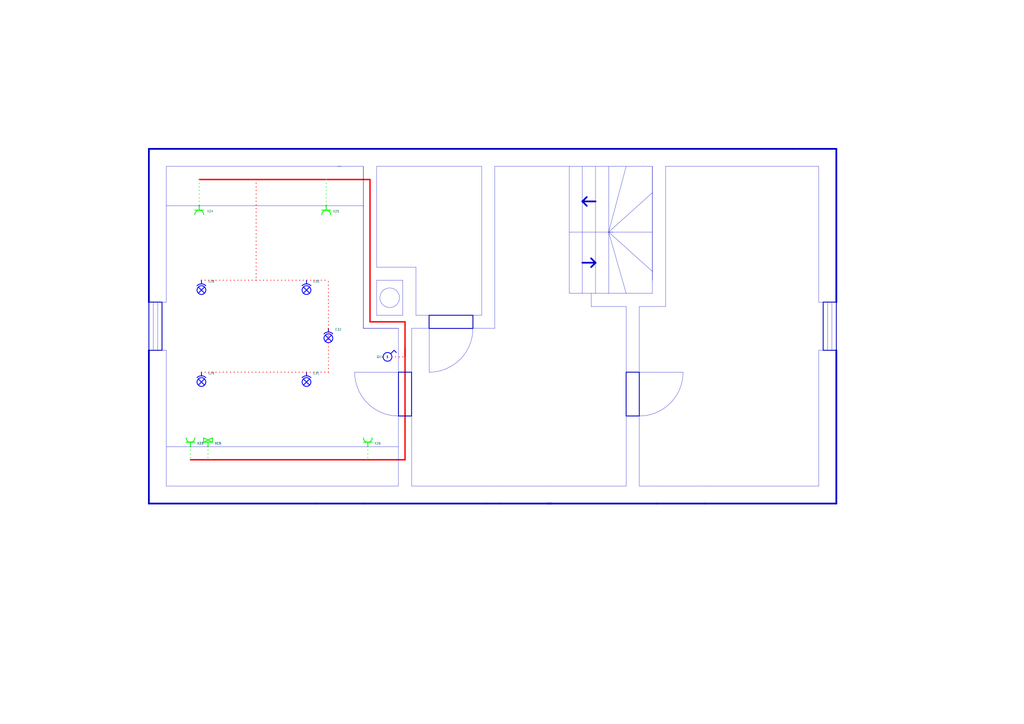
<source format=kicad_sch>
(kicad_sch (version 20231120) (generator "eeschema") (generator_version "8.0")
  (paper "A2")
  (title_block (title "Projekt elektroinštalácie rodinného domu") (date "2024-05-09") (rev "1") (comment 4 "001-24") (comment 5 "Konanie stavby: 96901 Banská Štiavnica, Belianska 1770/15"))
  (lib_symbols
    (symbol "Wiring:Bulb_ceiling"
      (property "Reference" "E" (at 0 1.905 0))
      (symbol "Bulb_ceiling_0_1"
        (circle (center 0 -5.715) (radius 2.54) (stroke (width 0.5) (color 0 0 255 1)))
        (polyline (pts (xy 0 0) (xy 0 -1.905)) (stroke (width 0.5) (color 0 0 255 1)))
        (polyline (pts (xy 0 -5.715) (xy 1.778 -7.493) (xy -1.778 -3.937)) (stroke (width 0.5) (color 0 0 255 1)))
        (polyline (pts (xy 0 -5.715) (xy 1.778 -3.937) (xy -1.778 -7.493)) (stroke (width 0.5) (color 0 0 255 1)))
        (arc (start 2.5464 -3.159) (mid 0.0055 -2.1071) (end -2.5386 -3.1512) (stroke (width 0.5) (color 0 0 255 1)))
      )
    )
    (symbol "Wiring:Data_outlet"
      (property "Reference" "XC" (at 5.08 -2.54 90))
      (symbol "Data_outlet_0_1"
        (polyline (pts (xy -2.54 -5.08) (xy 2.54 -2.54)) (stroke (width 0.5) (color 0 255 0 1)))
        (polyline (pts (xy -2.54 -2.54) (xy -2.54 -5.08)) (stroke (width 0.5) (color 0 255 0 1)))
        (polyline (pts (xy -2.54 -2.54) (xy 2.54 -5.08)) (stroke (width 0.5) (color 0 255 0 1)))
        (polyline (pts (xy 2.54 -2.54) (xy 2.54 -5.08)) (stroke (width 0.5) (color 0 255 0 1)))
        (polyline (pts (xy 0.0002 -0.0002) (xy 0.0002 -2.5402) (xy 0.0002 -1.2702)) (stroke (width 0.5) (color 0 255 0 1)))
        (polyline (pts (xy 0.0002 -2.5402) (xy 2.5402 -2.5402) (xy -2.5398 -2.5402) (xy -1.2698 -2.5402)) (stroke (width 0.5) (color 0 255 0 1)))
      )
    )
    (symbol "Wiring:Outlet"
      (property "Reference" "X" (at 5.08 -3.81 90))
      (symbol "Outlet_0_1"
        (arc (start 0 -2.54) (mid -1.7961 -3.2839) (end -2.54 -5.08) (stroke (width 0.5) (color 0 255 0 1)))
        (polyline (pts (xy 0 0) (xy 0 -2.54) (xy 0 -1.27)) (stroke (width 0.5) (color 0 255 0 1)))
        (polyline (pts (xy 0 -2.54) (xy 2.54 -2.54) (xy -2.54 -2.54) (xy -1.27 -2.54)) (stroke (width 0.5) (color 0 255 0 1)))
        (arc (start 2.54 -5.08) (mid 1.7961 -3.2839) (end 0 -2.54) (stroke (width 0.5) (color 0 255 0 1)))
      )
    )
    (symbol "Wiring:Switch_1"
      (property "Reference" "Q" (at 0 7.62 0))
      (symbol "Switch_1_0_1"
        (polyline (pts (xy 1.905 1.905) (xy 3.175 3.175) (xy 3.81 3.81) (xy 5.08 2.54)) (stroke (width 0.5) (color 0 0 255 1)))
        (circle (center 0 0) (radius 2.54) (stroke (width 0.5) (color 0 0 255 1)))
        (text "1" (at 0 0 0) (effects (font (size 1.27 1.27) (bold yes))))
      )
    )
  )
  (polyline (pts (xy 86.36 175.26) (xy 86.36 86.36)) (stroke (width 1)))
  (polyline (pts (xy 274.32 190.5) (xy 287.02 190.5)))
  (polyline (pts (xy 459.74 86.36) (xy 485.14 86.36)) (stroke (width 1)))
  (polyline (pts (xy 482.6 203.2) (xy 482.6 175.26)))
  (polyline (pts (xy 345.44 96.52) (xy 345.44 134.62)))
  (polyline (pts (xy 234.95 186.69) (xy 234.95 207.01)) (stroke (width 0.8) (type solid) (color 255 0 0 1)))
  (polyline (pts (xy 214.63 186.69) (xy 234.95 186.69)) (stroke (width 0.8) (type solid) (color 255 0 0 1)))
  (polyline (pts (xy 386.08 177.8) (xy 386.08 96.52)))
  (polyline (pts (xy 287.02 96.52) (xy 330.2 96.52)))
  (polyline (pts (xy 210.82 292.1) (xy 182.88 292.1)) (stroke (width 1)))
  (polyline (pts (xy 214.63 104.14) (xy 214.63 186.69)) (stroke (width 0.8) (type solid) (color 255 0 0 1)))
  (polyline (pts (xy 218.44 154.94) (xy 218.44 96.52)))
  (polyline (pts (xy 144.78 86.36) (xy 162.56 86.36)) (stroke (width 1)))
  (polyline (pts (xy 345.44 152.4) (xy 342.9 154.94)) (stroke (width 1)))
  (polyline (pts (xy 110.49 266.7) (xy 234.95 266.7)) (stroke (width 0.8) (type solid) (color 255 0 0 1)))
  (polyline (pts (xy 238.76 241.3) (xy 238.76 281.94)))
  (polyline (pts (xy 91.44 203.2) (xy 91.44 175.26)))
  (polyline (pts (xy 110.49 259.08) (xy 110.49 266.7)) (stroke (width 0.5) (type dot) (color 0 255 0 1)))
  (polyline (pts (xy 330.2 96.52) (xy 378.46 96.52)))
  (polyline (pts (xy 353.06 134.62) (xy 378.46 157.48)))
  (polyline (pts (xy 234.95 266.7) (xy 234.95 201.93)) (stroke (width 0.8) (type solid) (color 255 0 0 1)))
  (polyline (pts (xy 337.82 134.62) (xy 337.82 170.18)))
  (polyline (pts (xy 248.92 215.9) (xy 248.92 190.5)))
  (polyline (pts (xy 210.82 96.52) (xy 210.82 190.5)))
  (polyline (pts (xy 241.3 154.94) (xy 241.3 182.88)))
  (polyline (pts (xy 353.06 134.62) (xy 363.22 96.52)))
  (polyline (pts (xy 408.94 292.1) (xy 485.14 292.1)) (stroke (width 1)))
  (polyline (pts (xy 148.59 104.14) (xy 148.59 162.56)) (stroke (width 0.5) (type dot) (color 255 0 0 1)))
  (polyline (pts (xy 210.82 292.1) (xy 281.94 292.1)) (stroke (width 1)))
  (polyline (pts (xy 86.36 86.36) (xy 144.78 86.36)) (stroke (width 1)))
  (polyline (pts (xy 370.84 177.8) (xy 386.08 177.8)))
  (polyline (pts (xy 411.48 281.94) (xy 408.94 281.94)))
  (polyline (pts (xy 353.06 96.52) (xy 353.06 134.62)))
  (polyline (pts (xy 210.82 96.52) (xy 210.82 190.5)))
  (polyline (pts (xy 345.44 134.62) (xy 345.44 170.18)))
  (polyline (pts (xy 96.52 119.38) (xy 210.82 119.38)))
  (polyline (pts (xy 353.06 134.62) (xy 353.06 170.18)))
  (polyline (pts (xy 86.36 292.1) (xy 86.36 203.2)) (stroke (width 1)))
  (polyline (pts (xy 337.82 116.84) (xy 340.36 114.3)) (stroke (width 1)))
  (polyline (pts (xy 378.46 162.56) (xy 378.46 170.18)))
  (polyline (pts (xy 287.02 96.52) (xy 287.02 190.5)))
  (polyline (pts (xy 96.52 96.52) (xy 96.52 144.78)))
  (polyline (pts (xy 353.06 134.62) (xy 378.46 134.62)))
  (polyline (pts (xy 474.98 96.52) (xy 474.98 175.26)))
  (polyline (pts (xy 474.98 175.26) (xy 477.52 175.26)))
  (polyline (pts (xy 96.52 152.4) (xy 96.52 175.26)))
  (polyline (pts (xy 218.44 96.52) (xy 279.4 96.52)))
  (polyline (pts (xy 233.68 182.88) (xy 218.44 182.88)))
  (polyline (pts (xy 227.33 207.01) (xy 234.95 207.01)) (stroke (width 0.5) (type dot) (color 255 0 0 1)))
  (polyline (pts (xy 233.68 182.88) (xy 233.68 162.56)))
  (polyline (pts (xy 411.48 281.94) (xy 474.98 281.94)))
  (polyline (pts (xy 441.96 86.36) (xy 459.74 86.36)) (stroke (width 1)))
  (polyline (pts (xy 115.57 104.14) (xy 115.57 119.38)) (stroke (width 0.5) (type dot) (color 0 255 0 1)))
  (polyline (pts (xy 96.52 144.78) (xy 96.52 152.4)))
  (polyline (pts (xy 281.94 281.94) (xy 289.56 281.94)))
  (polyline (pts (xy 363.22 215.9) (xy 370.84 215.9)))
  (polyline (pts (xy 386.08 96.52) (xy 474.98 96.52)))
  (polyline (pts (xy 213.36 259.08) (xy 213.36 266.7)) (stroke (width 0.5) (type dot) (color 0 255 0 1)))
  (polyline (pts (xy 485.14 175.26) (xy 485.14 86.36)) (stroke (width 1)))
  (polyline (pts (xy 96.52 259.08) (xy 231.14 259.08)))
  (polyline (pts (xy 93.98 175.26) (xy 96.52 175.26)))
  (polyline (pts (xy 317.5 281.94) (xy 363.22 281.94)))
  (polyline (pts (xy 189.23 104.14) (xy 189.23 119.38)) (stroke (width 0.5) (type dot) (color 0 255 0 1)))
  (polyline (pts (xy 148.59 162.56) (xy 190.5 162.56)) (stroke (width 0.5) (type dot) (color 255 0 0 1)))
  (polyline (pts (xy 381 292.1) (xy 408.94 292.1)) (stroke (width 1)))
  (polyline (pts (xy 248.92 190.5) (xy 248.92 182.88)))
  (polyline (pts (xy 279.4 96.52) (xy 279.4 182.88)))
  (polyline (pts (xy 86.36 292.1) (xy 182.88 292.1)) (stroke (width 1)))
  (polyline (pts (xy 289.56 281.94) (xy 317.5 281.94)))
  (polyline (pts (xy 281.94 292.1) (xy 289.56 292.1)) (stroke (width 1)))
  (polyline (pts (xy 370.84 215.9) (xy 396.24 215.9)))
  (polyline (pts (xy 233.68 162.56) (xy 218.44 162.56)))
  (polyline (pts (xy 93.98 203.2) (xy 96.52 203.2)))
  (polyline (pts (xy 218.44 154.94) (xy 241.3 154.94)))
  (polyline (pts (xy 485.14 292.1) (xy 485.14 203.2)) (stroke (width 1)))
  (polyline (pts (xy 353.06 134.62) (xy 363.22 170.18)))
  (polyline (pts (xy 289.56 292.1) (xy 320.04 292.1)) (stroke (width 1)))
  (polyline (pts (xy 330.2 170.18) (xy 330.2 96.52)))
  (polyline (pts (xy 363.22 241.3) (xy 363.22 281.94)))
  (polyline (pts (xy 370.84 241.3) (xy 370.84 281.94)))
  (polyline (pts (xy 241.3 182.88) (xy 248.92 182.88)))
  (polyline (pts (xy 238.76 215.9) (xy 231.14 215.9)))
  (polyline (pts (xy 363.22 177.8) (xy 363.22 215.9)))
  (polyline (pts (xy 116.84 215.9) (xy 177.8 215.9)) (stroke (width 0.5) (type dot) (color 255 0 0 1)))
  (polyline (pts (xy 381 281.94) (xy 370.84 281.94)))
  (polyline (pts (xy 474.98 203.2) (xy 477.52 203.2)))
  (polyline (pts (xy 231.14 241.3) (xy 231.14 281.94)))
  (polyline (pts (xy 88.9 203.2) (xy 88.9 175.26)))
  (polyline (pts (xy 337.82 116.84) (xy 345.44 116.84)) (stroke (width 1)))
  (polyline (pts (xy 317.5 292.1) (xy 381 292.1)) (stroke (width 1)))
  (polyline (pts (xy 116.84 252.73) (xy 116.84 252.73)))
  (polyline (pts (xy 115.57 104.14) (xy 214.63 104.14)) (stroke (width 0.8) (type solid) (color 255 0 0 1)))
  (polyline (pts (xy 274.32 182.88) (xy 274.32 190.5)))
  (polyline (pts (xy 116.84 162.56) (xy 148.59 162.56)) (stroke (width 0.5) (type dot) (color 255 0 0 1)))
  (polyline (pts (xy 378.46 162.56) (xy 378.46 96.52)))
  (polyline (pts (xy 162.56 86.36) (xy 441.96 86.36)) (stroke (width 1)))
  (polyline (pts (xy 342.9 177.8) (xy 363.22 177.8)))
  (polyline (pts (xy 238.76 190.5) (xy 238.76 215.9)))
  (polyline (pts (xy 281.94 281.94) (xy 238.76 281.94)))
  (polyline (pts (xy 337.82 96.52) (xy 337.82 134.62)))
  (polyline (pts (xy 231.14 190.5) (xy 210.82 190.5)))
  (polyline (pts (xy 177.8 215.9) (xy 190.5 215.9)) (stroke (width 0.5) (type dot) (color 255 0 0 1)))
  (polyline (pts (xy 120.65 259.08) (xy 120.65 266.7)) (stroke (width 0.5) (type dot) (color 0 255 0 1)))
  (polyline (pts (xy 345.44 152.4) (xy 337.82 152.4)) (stroke (width 1)))
  (polyline (pts (xy 370.84 215.9) (xy 370.84 177.8)))
  (polyline (pts (xy 378.46 170.18) (xy 330.2 170.18)))
  (polyline (pts (xy 342.9 170.18) (xy 342.9 177.8)))
  (polyline (pts (xy 345.44 152.4) (xy 342.9 149.86)) (stroke (width 1)))
  (polyline (pts (xy 96.52 96.52) (xy 198.12 96.52)))
  (polyline (pts (xy 330.2 134.62) (xy 355.6 134.62)))
  (polyline (pts (xy 231.14 215.9) (xy 231.14 190.5)))
  (polyline (pts (xy 210.82 96.52) (xy 195.58 96.52)))
  (polyline (pts (xy 474.98 281.94) (xy 474.98 203.2)))
  (polyline (pts (xy 353.06 134.62) (xy 378.46 111.76)))
  (polyline (pts (xy 238.76 190.5) (xy 248.92 190.5)))
  (polyline (pts (xy 337.82 116.84) (xy 340.36 119.38)) (stroke (width 1)))
  (polyline (pts (xy 190.5 215.9) (xy 190.5 162.56)) (stroke (width 0.5) (type dot) (color 255 0 0 1)))
  (polyline (pts (xy 231.14 190.5) (xy 210.82 190.5)))
  (polyline (pts (xy 480.06 203.2) (xy 480.06 175.26)))
  (polyline (pts (xy 231.14 215.9) (xy 205.74 215.9)))
  (polyline (pts (xy 279.4 182.88) (xy 274.32 182.88)))
  (polyline (pts (xy 248.92 187.96) (xy 248.92 190.5)))
  (polyline (pts (xy 218.44 162.56) (xy 218.44 182.88)))
  (polyline (pts (xy 96.52 281.94) (xy 96.52 203.2)))
  (polyline (pts (xy 378.46 162.56) (xy 378.46 96.52)))
  (polyline (pts (xy 96.52 281.94) (xy 231.14 281.94)))
  (polyline (pts (xy 381 281.94) (xy 408.94 281.94)))
  (circle (center 226.06 172.72) (radius 5.6796))
  (rectangle (start 86.36 175.26) (end 93.98 203.2) (stroke (width 0.5)))
  (rectangle (start 231.14 241.3) (end 238.76 215.9) (stroke (width 0.5)))
  (arc (start 231.14 241.3) (mid 213.1795 233.8605) (end 205.74 215.9))
  (arc (start 274.32 190.5) (mid 266.8805 208.4605) (end 248.92 215.9))
  (rectangle (start 274.32 190.5) (end 248.92 182.88) (stroke (width 0.5)))
  (rectangle (start 363.22 215.9) (end 370.84 241.3) (stroke (width 0.5)))
  (arc (start 396.24 215.9) (mid 388.8005 233.8605) (end 370.84 241.3))
  (rectangle (start 477.52 175.26) (end 485.14 203.2) (stroke (width 0.5)))
  (symbol (lib_id "Wiring:Bulb_ceiling") (at 116.84 162.56 0) (unit 1)
    (property "Reference" "E28" (at 120.65 163.195 0) (effects (justify left)))
    (property "Value" "~" (at 116.84 162.56 0))
  )
  (symbol (lib_id "Wiring:Data_outlet") (at 120.65 259.08 180) (unit 1)
    (property "Reference" "XC5" (at 124.46 257.1749 0) (effects (justify right)))
    (property "Value" "~" (at 120.65 259.08 0))
  )
  (symbol (lib_id "Wiring:Outlet") (at 189.23 119.38 0) (unit 1)
    (property "Reference" "X25" (at 193.04 122.555 0) (effects (justify left)))
    (property "Value" "~" (at 189.23 119.38 0))
  )
  (symbol (lib_id "Wiring:Outlet") (at 110.49 259.08 180) (unit 1)
    (property "Reference" "X23" (at 114.3 257.175 0) (effects (justify right)))
    (property "Value" "~" (at 110.49 259.08 0))
  )
  (symbol (lib_id "Wiring:Bulb_ceiling") (at 177.8 162.56 0) (unit 1)
    (property "Reference" "E30" (at 181.61 163.195 0) (effects (justify left)))
    (property "Value" "~" (at 177.8 162.56 0))
  )
  (symbol (lib_id "Wiring:Bulb_ceiling") (at 177.8 215.9 0) (unit 1)
    (property "Reference" "E31" (at 181.61 216.535 0) (effects (justify left)))
    (property "Value" "~" (at 177.8 215.9 0))
  )
  (symbol (lib_id "Wiring:Bulb_ceiling") (at 190.5 190.5 0) (unit 1)
    (property "Reference" "E32" (at 194.31 191.135 0) (effects (justify left)))
    (property "Value" "~" (at 190.5 190.5 0))
  )
  (symbol (lib_id "Wiring:Bulb_ceiling") (at 116.84 215.9 0) (unit 1)
    (property "Reference" "E29" (at 120.65 216.535 0) (effects (justify left)))
    (property "Value" "~" (at 116.84 215.9 0))
  )
  (symbol (lib_id "Wiring:Outlet") (at 213.36 259.08 180) (unit 1)
    (property "Reference" "X26" (at 217.17 257.175 0) (effects (justify right)))
    (property "Value" "~" (at 213.36 259.08 0))
  )
  (symbol (lib_id "Wiring:Outlet") (at 115.57 119.38 0) (unit 1)
    (property "Reference" "X24" (at 120.015 122.555 0) (effects (justify left)))
    (property "Value" "~" (at 115.57 119.38 0))
  )
  (symbol (lib_id "Wiring:Switch_1") (at 224.79 207.01 0) (unit 1)
    (property "Reference" "Q14" (at 218.44 207.01 0) (effects (justify left)))
    (property "Value" "~" (at 224.79 207.01 0))
  )
)
</source>
